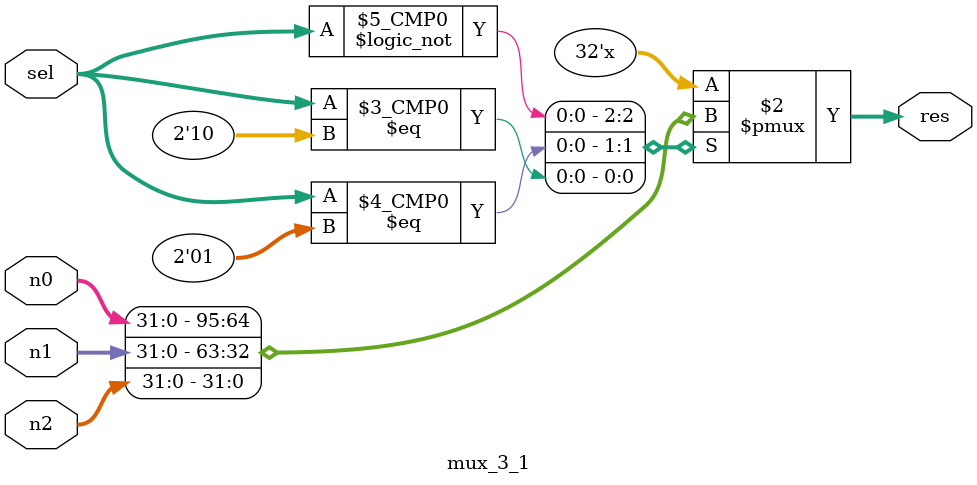
<source format=v>
`timescale 1ns / 1ps
module mux_3_1(
		 input  		[31:0] n0,
		 input  		[31:0] n1,
		 input  		[31:0] n2,
		 output reg [31:0] res,
		 input  		[1:0]  sel
   );
	
	always @(n0 or n1 or n2 or sel) begin
		case (sel)
			0: res <= n0;
			1: res <= n1;
			2: res <= n2;
		endcase
	end

endmodule

</source>
